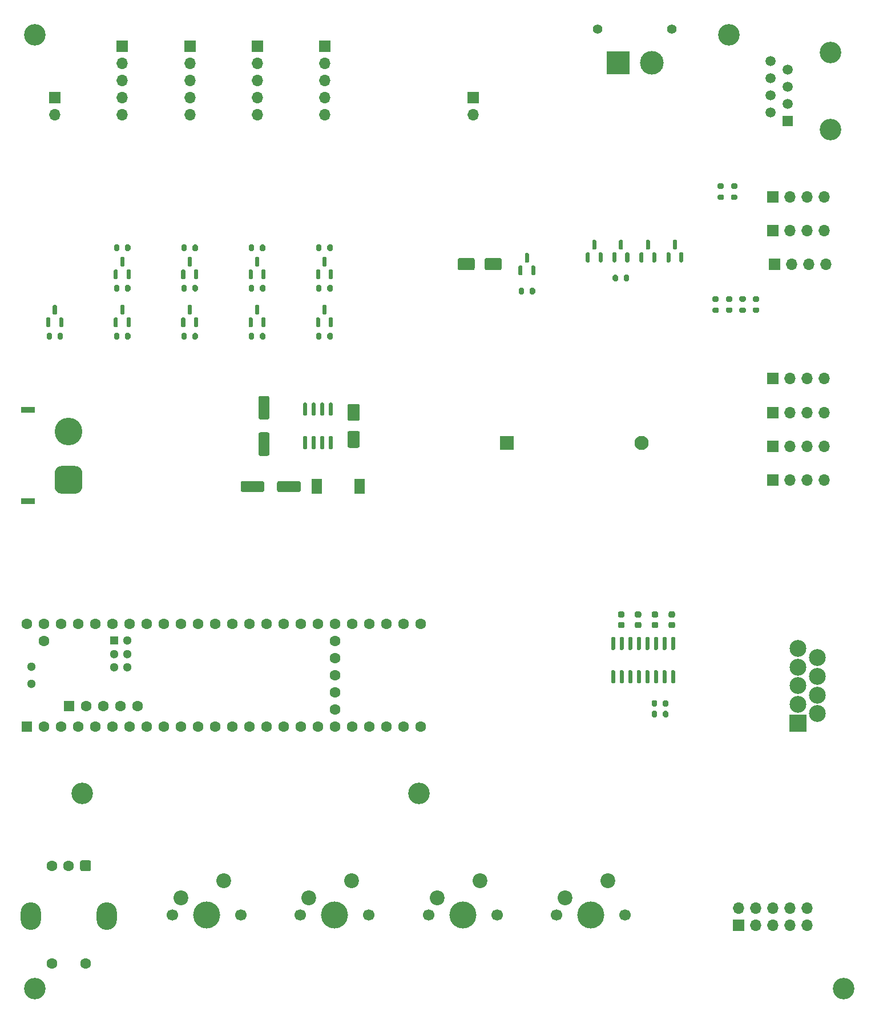
<source format=gbr>
%TF.GenerationSoftware,KiCad,Pcbnew,8.0.1-8.0.1-0~ubuntu20.04.1*%
%TF.CreationDate,2024-06-12T16:02:46+01:00*%
%TF.ProjectId,sensd,73656e73-642e-46b6-9963-61645f706362,rev?*%
%TF.SameCoordinates,Original*%
%TF.FileFunction,Soldermask,Top*%
%TF.FilePolarity,Negative*%
%FSLAX46Y46*%
G04 Gerber Fmt 4.6, Leading zero omitted, Abs format (unit mm)*
G04 Created by KiCad (PCBNEW 8.0.1-8.0.1-0~ubuntu20.04.1) date 2024-06-12 16:02:46*
%MOMM*%
%LPD*%
G01*
G04 APERTURE LIST*
%ADD10C,3.200000*%
%ADD11R,1.600000X1.600000*%
%ADD12C,1.600000*%
%ADD13R,1.300000X1.300000*%
%ADD14C,1.300000*%
%ADD15R,1.700000X1.700000*%
%ADD16O,1.700000X1.700000*%
%ADD17C,1.700000*%
%ADD18C,4.000000*%
%ADD19C,2.200000*%
%ADD20R,1.500000X1.500000*%
%ADD21C,1.500000*%
%ADD22R,2.000000X0.900000*%
%ADD23C,4.100000*%
%ADD24O,3.000000X4.100000*%
%ADD25R,1.500000X2.200000*%
%ADD26R,2.100000X2.100000*%
%ADD27C,2.100000*%
%ADD28C,1.400000*%
%ADD29R,3.500000X3.500000*%
%ADD30C,3.500000*%
%ADD31R,2.500000X2.500000*%
%ADD32C,2.500000*%
G04 APERTURE END LIST*
%TO.C,C5*%
G36*
G01*
X67550000Y-110450000D02*
X66450000Y-110450000D01*
G75*
G02*
X66200000Y-110200000I0J250000D01*
G01*
X66200000Y-107200000D01*
G75*
G02*
X66450000Y-106950000I250000J0D01*
G01*
X67550000Y-106950000D01*
G75*
G02*
X67800000Y-107200000I0J-250000D01*
G01*
X67800000Y-110200000D01*
G75*
G02*
X67550000Y-110450000I-250000J0D01*
G01*
G37*
G36*
G01*
X67550000Y-105050000D02*
X66450000Y-105050000D01*
G75*
G02*
X66200000Y-104800000I0J250000D01*
G01*
X66200000Y-101800000D01*
G75*
G02*
X66450000Y-101550000I250000J0D01*
G01*
X67550000Y-101550000D01*
G75*
G02*
X67800000Y-101800000I0J-250000D01*
G01*
X67800000Y-104800000D01*
G75*
G02*
X67550000Y-105050000I-250000J0D01*
G01*
G37*
%TD*%
%TO.C,U3*%
G36*
G01*
X73245000Y-109450000D02*
X72945000Y-109450000D01*
G75*
G02*
X72795000Y-109300000I0J150000D01*
G01*
X72795000Y-107650000D01*
G75*
G02*
X72945000Y-107500000I150000J0D01*
G01*
X73245000Y-107500000D01*
G75*
G02*
X73395000Y-107650000I0J-150000D01*
G01*
X73395000Y-109300000D01*
G75*
G02*
X73245000Y-109450000I-150000J0D01*
G01*
G37*
G36*
G01*
X74515000Y-109450000D02*
X74215000Y-109450000D01*
G75*
G02*
X74065000Y-109300000I0J150000D01*
G01*
X74065000Y-107650000D01*
G75*
G02*
X74215000Y-107500000I150000J0D01*
G01*
X74515000Y-107500000D01*
G75*
G02*
X74665000Y-107650000I0J-150000D01*
G01*
X74665000Y-109300000D01*
G75*
G02*
X74515000Y-109450000I-150000J0D01*
G01*
G37*
G36*
G01*
X75785000Y-109450000D02*
X75485000Y-109450000D01*
G75*
G02*
X75335000Y-109300000I0J150000D01*
G01*
X75335000Y-107650000D01*
G75*
G02*
X75485000Y-107500000I150000J0D01*
G01*
X75785000Y-107500000D01*
G75*
G02*
X75935000Y-107650000I0J-150000D01*
G01*
X75935000Y-109300000D01*
G75*
G02*
X75785000Y-109450000I-150000J0D01*
G01*
G37*
G36*
G01*
X77055000Y-109450000D02*
X76755000Y-109450000D01*
G75*
G02*
X76605000Y-109300000I0J150000D01*
G01*
X76605000Y-107650000D01*
G75*
G02*
X76755000Y-107500000I150000J0D01*
G01*
X77055000Y-107500000D01*
G75*
G02*
X77205000Y-107650000I0J-150000D01*
G01*
X77205000Y-109300000D01*
G75*
G02*
X77055000Y-109450000I-150000J0D01*
G01*
G37*
G36*
G01*
X77055000Y-104500000D02*
X76755000Y-104500000D01*
G75*
G02*
X76605000Y-104350000I0J150000D01*
G01*
X76605000Y-102700000D01*
G75*
G02*
X76755000Y-102550000I150000J0D01*
G01*
X77055000Y-102550000D01*
G75*
G02*
X77205000Y-102700000I0J-150000D01*
G01*
X77205000Y-104350000D01*
G75*
G02*
X77055000Y-104500000I-150000J0D01*
G01*
G37*
G36*
G01*
X75785000Y-104500000D02*
X75485000Y-104500000D01*
G75*
G02*
X75335000Y-104350000I0J150000D01*
G01*
X75335000Y-102700000D01*
G75*
G02*
X75485000Y-102550000I150000J0D01*
G01*
X75785000Y-102550000D01*
G75*
G02*
X75935000Y-102700000I0J-150000D01*
G01*
X75935000Y-104350000D01*
G75*
G02*
X75785000Y-104500000I-150000J0D01*
G01*
G37*
G36*
G01*
X74515000Y-104500000D02*
X74215000Y-104500000D01*
G75*
G02*
X74065000Y-104350000I0J150000D01*
G01*
X74065000Y-102700000D01*
G75*
G02*
X74215000Y-102550000I150000J0D01*
G01*
X74515000Y-102550000D01*
G75*
G02*
X74665000Y-102700000I0J-150000D01*
G01*
X74665000Y-104350000D01*
G75*
G02*
X74515000Y-104500000I-150000J0D01*
G01*
G37*
G36*
G01*
X73245000Y-104500000D02*
X72945000Y-104500000D01*
G75*
G02*
X72795000Y-104350000I0J150000D01*
G01*
X72795000Y-102700000D01*
G75*
G02*
X72945000Y-102550000I150000J0D01*
G01*
X73245000Y-102550000D01*
G75*
G02*
X73395000Y-102700000I0J-150000D01*
G01*
X73395000Y-104350000D01*
G75*
G02*
X73245000Y-104500000I-150000J0D01*
G01*
G37*
%TD*%
%TO.C,Q13*%
G36*
G01*
X35175000Y-91375000D02*
X34875000Y-91375000D01*
G75*
G02*
X34725000Y-91225000I0J150000D01*
G01*
X34725000Y-90050000D01*
G75*
G02*
X34875000Y-89900000I150000J0D01*
G01*
X35175000Y-89900000D01*
G75*
G02*
X35325000Y-90050000I0J-150000D01*
G01*
X35325000Y-91225000D01*
G75*
G02*
X35175000Y-91375000I-150000J0D01*
G01*
G37*
G36*
G01*
X37075000Y-91375000D02*
X36775000Y-91375000D01*
G75*
G02*
X36625000Y-91225000I0J150000D01*
G01*
X36625000Y-90050000D01*
G75*
G02*
X36775000Y-89900000I150000J0D01*
G01*
X37075000Y-89900000D01*
G75*
G02*
X37225000Y-90050000I0J-150000D01*
G01*
X37225000Y-91225000D01*
G75*
G02*
X37075000Y-91375000I-150000J0D01*
G01*
G37*
G36*
G01*
X36125000Y-89500000D02*
X35825000Y-89500000D01*
G75*
G02*
X35675000Y-89350000I0J150000D01*
G01*
X35675000Y-88175000D01*
G75*
G02*
X35825000Y-88025000I150000J0D01*
G01*
X36125000Y-88025000D01*
G75*
G02*
X36275000Y-88175000I0J-150000D01*
G01*
X36275000Y-89350000D01*
G75*
G02*
X36125000Y-89500000I-150000J0D01*
G01*
G37*
%TD*%
%TO.C,R9*%
G36*
G01*
X64750000Y-85855000D02*
X64750000Y-85305000D01*
G75*
G02*
X64950000Y-85105000I200000J0D01*
G01*
X65350000Y-85105000D01*
G75*
G02*
X65550000Y-85305000I0J-200000D01*
G01*
X65550000Y-85855000D01*
G75*
G02*
X65350000Y-86055000I-200000J0D01*
G01*
X64950000Y-86055000D01*
G75*
G02*
X64750000Y-85855000I0J200000D01*
G01*
G37*
G36*
G01*
X66400000Y-85855000D02*
X66400000Y-85305000D01*
G75*
G02*
X66600000Y-85105000I200000J0D01*
G01*
X67000000Y-85105000D01*
G75*
G02*
X67200000Y-85305000I0J-200000D01*
G01*
X67200000Y-85855000D01*
G75*
G02*
X67000000Y-86055000I-200000J0D01*
G01*
X66600000Y-86055000D01*
G75*
G02*
X66400000Y-85855000I0J200000D01*
G01*
G37*
%TD*%
%TO.C,D1*%
G36*
G01*
X80950000Y-109250000D02*
X79650000Y-109250000D01*
G75*
G02*
X79400000Y-109000000I0J250000D01*
G01*
X79400000Y-107000000D01*
G75*
G02*
X79650000Y-106750000I250000J0D01*
G01*
X80950000Y-106750000D01*
G75*
G02*
X81200000Y-107000000I0J-250000D01*
G01*
X81200000Y-109000000D01*
G75*
G02*
X80950000Y-109250000I-250000J0D01*
G01*
G37*
G36*
G01*
X80950000Y-105250000D02*
X79650000Y-105250000D01*
G75*
G02*
X79400000Y-105000000I0J250000D01*
G01*
X79400000Y-103000000D01*
G75*
G02*
X79650000Y-102750000I250000J0D01*
G01*
X80950000Y-102750000D01*
G75*
G02*
X81200000Y-103000000I0J-250000D01*
G01*
X81200000Y-105000000D01*
G75*
G02*
X80950000Y-105250000I-250000J0D01*
G01*
G37*
%TD*%
D10*
%TO.C,REF\u002A\u002A*%
X40000000Y-160500000D03*
%TD*%
%TO.C,R5*%
G36*
G01*
X134475000Y-70025000D02*
X135025000Y-70025000D01*
G75*
G02*
X135225000Y-70225000I0J-200000D01*
G01*
X135225000Y-70625000D01*
G75*
G02*
X135025000Y-70825000I-200000J0D01*
G01*
X134475000Y-70825000D01*
G75*
G02*
X134275000Y-70625000I0J200000D01*
G01*
X134275000Y-70225000D01*
G75*
G02*
X134475000Y-70025000I200000J0D01*
G01*
G37*
G36*
G01*
X134475000Y-71675000D02*
X135025000Y-71675000D01*
G75*
G02*
X135225000Y-71875000I0J-200000D01*
G01*
X135225000Y-72275000D01*
G75*
G02*
X135025000Y-72475000I-200000J0D01*
G01*
X134475000Y-72475000D01*
G75*
G02*
X134275000Y-72275000I0J200000D01*
G01*
X134275000Y-71875000D01*
G75*
G02*
X134475000Y-71675000I200000J0D01*
G01*
G37*
%TD*%
D11*
%TO.C,U1*%
X31790000Y-150620000D03*
D12*
X34330000Y-150620000D03*
X36870000Y-150620000D03*
X39410000Y-150620000D03*
X41950000Y-150620000D03*
X44490000Y-150620000D03*
X47030000Y-150620000D03*
X49570000Y-150620000D03*
X52110000Y-150620000D03*
X54650000Y-150620000D03*
X57190000Y-150620000D03*
X59730000Y-150620000D03*
X62270000Y-150620000D03*
X64810000Y-150620000D03*
X67350000Y-150620000D03*
X69890000Y-150620000D03*
X72430000Y-150620000D03*
X74970000Y-150620000D03*
X77510000Y-150620000D03*
X80050000Y-150620000D03*
X82590000Y-150620000D03*
X85130000Y-150620000D03*
X87670000Y-150620000D03*
X90210000Y-150620000D03*
X90210000Y-135380000D03*
X87670000Y-135380000D03*
X85130000Y-135380000D03*
X82590000Y-135380000D03*
X80050000Y-135380000D03*
X77510000Y-135380000D03*
X74970000Y-135380000D03*
X72430000Y-135380000D03*
X69890000Y-135380000D03*
X67350000Y-135380000D03*
X64810000Y-135380000D03*
X62270000Y-135380000D03*
X59730000Y-135380000D03*
X57190000Y-135380000D03*
X54650000Y-135380000D03*
X52110000Y-135380000D03*
X49570000Y-135380000D03*
X47030000Y-135380000D03*
X44490000Y-135380000D03*
X41950000Y-135380000D03*
X39410000Y-135380000D03*
X36870000Y-135380000D03*
X34330000Y-135380000D03*
X31790000Y-135380000D03*
X34330000Y-137920000D03*
X77510000Y-148080000D03*
X77510000Y-145540000D03*
X77510000Y-143000000D03*
X77510000Y-140460000D03*
X77510000Y-137920000D03*
D11*
X38089200Y-147569200D03*
D12*
X40629200Y-147569200D03*
X43169200Y-147569200D03*
X45709200Y-147569200D03*
X48249200Y-147569200D03*
D13*
X44760000Y-137818400D03*
D14*
X44760000Y-139818400D03*
X44760000Y-141818400D03*
X46760000Y-141818400D03*
X46760000Y-139818400D03*
X46760000Y-137818400D03*
X32520000Y-141730000D03*
X32520000Y-144270000D03*
%TD*%
%TO.C,Q5*%
G36*
G01*
X75175000Y-91375000D02*
X74875000Y-91375000D01*
G75*
G02*
X74725000Y-91225000I0J150000D01*
G01*
X74725000Y-90050000D01*
G75*
G02*
X74875000Y-89900000I150000J0D01*
G01*
X75175000Y-89900000D01*
G75*
G02*
X75325000Y-90050000I0J-150000D01*
G01*
X75325000Y-91225000D01*
G75*
G02*
X75175000Y-91375000I-150000J0D01*
G01*
G37*
G36*
G01*
X77075000Y-91375000D02*
X76775000Y-91375000D01*
G75*
G02*
X76625000Y-91225000I0J150000D01*
G01*
X76625000Y-90050000D01*
G75*
G02*
X76775000Y-89900000I150000J0D01*
G01*
X77075000Y-89900000D01*
G75*
G02*
X77225000Y-90050000I0J-150000D01*
G01*
X77225000Y-91225000D01*
G75*
G02*
X77075000Y-91375000I-150000J0D01*
G01*
G37*
G36*
G01*
X76125000Y-89500000D02*
X75825000Y-89500000D01*
G75*
G02*
X75675000Y-89350000I0J150000D01*
G01*
X75675000Y-88175000D01*
G75*
G02*
X75825000Y-88025000I150000J0D01*
G01*
X76125000Y-88025000D01*
G75*
G02*
X76275000Y-88175000I0J-150000D01*
G01*
X76275000Y-89350000D01*
G75*
G02*
X76125000Y-89500000I-150000J0D01*
G01*
G37*
%TD*%
%TO.C,Q10*%
G36*
G01*
X123150000Y-81737500D02*
X122850000Y-81737500D01*
G75*
G02*
X122700000Y-81587500I0J150000D01*
G01*
X122700000Y-80412500D01*
G75*
G02*
X122850000Y-80262500I150000J0D01*
G01*
X123150000Y-80262500D01*
G75*
G02*
X123300000Y-80412500I0J-150000D01*
G01*
X123300000Y-81587500D01*
G75*
G02*
X123150000Y-81737500I-150000J0D01*
G01*
G37*
G36*
G01*
X125050000Y-81737500D02*
X124750000Y-81737500D01*
G75*
G02*
X124600000Y-81587500I0J150000D01*
G01*
X124600000Y-80412500D01*
G75*
G02*
X124750000Y-80262500I150000J0D01*
G01*
X125050000Y-80262500D01*
G75*
G02*
X125200000Y-80412500I0J-150000D01*
G01*
X125200000Y-81587500D01*
G75*
G02*
X125050000Y-81737500I-150000J0D01*
G01*
G37*
G36*
G01*
X124100000Y-79862500D02*
X123800000Y-79862500D01*
G75*
G02*
X123650000Y-79712500I0J150000D01*
G01*
X123650000Y-78537500D01*
G75*
G02*
X123800000Y-78387500I150000J0D01*
G01*
X124100000Y-78387500D01*
G75*
G02*
X124250000Y-78537500I0J-150000D01*
G01*
X124250000Y-79712500D01*
G75*
G02*
X124100000Y-79862500I-150000J0D01*
G01*
G37*
%TD*%
%TO.C,Q2*%
G36*
G01*
X65175000Y-84255000D02*
X64875000Y-84255000D01*
G75*
G02*
X64725000Y-84105000I0J150000D01*
G01*
X64725000Y-82930000D01*
G75*
G02*
X64875000Y-82780000I150000J0D01*
G01*
X65175000Y-82780000D01*
G75*
G02*
X65325000Y-82930000I0J-150000D01*
G01*
X65325000Y-84105000D01*
G75*
G02*
X65175000Y-84255000I-150000J0D01*
G01*
G37*
G36*
G01*
X67075000Y-84255000D02*
X66775000Y-84255000D01*
G75*
G02*
X66625000Y-84105000I0J150000D01*
G01*
X66625000Y-82930000D01*
G75*
G02*
X66775000Y-82780000I150000J0D01*
G01*
X67075000Y-82780000D01*
G75*
G02*
X67225000Y-82930000I0J-150000D01*
G01*
X67225000Y-84105000D01*
G75*
G02*
X67075000Y-84255000I-150000J0D01*
G01*
G37*
G36*
G01*
X66125000Y-82380000D02*
X65825000Y-82380000D01*
G75*
G02*
X65675000Y-82230000I0J150000D01*
G01*
X65675000Y-81055000D01*
G75*
G02*
X65825000Y-80905000I150000J0D01*
G01*
X66125000Y-80905000D01*
G75*
G02*
X66275000Y-81055000I0J-150000D01*
G01*
X66275000Y-82230000D01*
G75*
G02*
X66125000Y-82380000I-150000J0D01*
G01*
G37*
%TD*%
%TO.C,Q14*%
G36*
G01*
X115200000Y-81737500D02*
X114900000Y-81737500D01*
G75*
G02*
X114750000Y-81587500I0J150000D01*
G01*
X114750000Y-80412500D01*
G75*
G02*
X114900000Y-80262500I150000J0D01*
G01*
X115200000Y-80262500D01*
G75*
G02*
X115350000Y-80412500I0J-150000D01*
G01*
X115350000Y-81587500D01*
G75*
G02*
X115200000Y-81737500I-150000J0D01*
G01*
G37*
G36*
G01*
X117100000Y-81737500D02*
X116800000Y-81737500D01*
G75*
G02*
X116650000Y-81587500I0J150000D01*
G01*
X116650000Y-80412500D01*
G75*
G02*
X116800000Y-80262500I150000J0D01*
G01*
X117100000Y-80262500D01*
G75*
G02*
X117250000Y-80412500I0J-150000D01*
G01*
X117250000Y-81587500D01*
G75*
G02*
X117100000Y-81737500I-150000J0D01*
G01*
G37*
G36*
G01*
X116150000Y-79862500D02*
X115850000Y-79862500D01*
G75*
G02*
X115700000Y-79712500I0J150000D01*
G01*
X115700000Y-78537500D01*
G75*
G02*
X115850000Y-78387500I150000J0D01*
G01*
X116150000Y-78387500D01*
G75*
G02*
X116300000Y-78537500I0J-150000D01*
G01*
X116300000Y-79712500D01*
G75*
G02*
X116150000Y-79862500I-150000J0D01*
G01*
G37*
%TD*%
%TO.C,R3*%
G36*
G01*
X134275000Y-89225000D02*
X133725000Y-89225000D01*
G75*
G02*
X133525000Y-89025000I0J200000D01*
G01*
X133525000Y-88625000D01*
G75*
G02*
X133725000Y-88425000I200000J0D01*
G01*
X134275000Y-88425000D01*
G75*
G02*
X134475000Y-88625000I0J-200000D01*
G01*
X134475000Y-89025000D01*
G75*
G02*
X134275000Y-89225000I-200000J0D01*
G01*
G37*
G36*
G01*
X134275000Y-87575000D02*
X133725000Y-87575000D01*
G75*
G02*
X133525000Y-87375000I0J200000D01*
G01*
X133525000Y-86975000D01*
G75*
G02*
X133725000Y-86775000I200000J0D01*
G01*
X134275000Y-86775000D01*
G75*
G02*
X134475000Y-86975000I0J-200000D01*
G01*
X134475000Y-87375000D01*
G75*
G02*
X134275000Y-87575000I-200000J0D01*
G01*
G37*
%TD*%
%TO.C,R20*%
G36*
G01*
X126975000Y-148475000D02*
X126975000Y-149025000D01*
G75*
G02*
X126775000Y-149225000I-200000J0D01*
G01*
X126375000Y-149225000D01*
G75*
G02*
X126175000Y-149025000I0J200000D01*
G01*
X126175000Y-148475000D01*
G75*
G02*
X126375000Y-148275000I200000J0D01*
G01*
X126775000Y-148275000D01*
G75*
G02*
X126975000Y-148475000I0J-200000D01*
G01*
G37*
G36*
G01*
X125325000Y-148475000D02*
X125325000Y-149025000D01*
G75*
G02*
X125125000Y-149225000I-200000J0D01*
G01*
X124725000Y-149225000D01*
G75*
G02*
X124525000Y-149025000I0J200000D01*
G01*
X124525000Y-148475000D01*
G75*
G02*
X124725000Y-148275000I200000J0D01*
G01*
X125125000Y-148275000D01*
G75*
G02*
X125325000Y-148475000I0J-200000D01*
G01*
G37*
%TD*%
%TO.C,R2*%
G36*
G01*
X140275000Y-89225000D02*
X139725000Y-89225000D01*
G75*
G02*
X139525000Y-89025000I0J200000D01*
G01*
X139525000Y-88625000D01*
G75*
G02*
X139725000Y-88425000I200000J0D01*
G01*
X140275000Y-88425000D01*
G75*
G02*
X140475000Y-88625000I0J-200000D01*
G01*
X140475000Y-89025000D01*
G75*
G02*
X140275000Y-89225000I-200000J0D01*
G01*
G37*
G36*
G01*
X140275000Y-87575000D02*
X139725000Y-87575000D01*
G75*
G02*
X139525000Y-87375000I0J200000D01*
G01*
X139525000Y-86975000D01*
G75*
G02*
X139725000Y-86775000I200000J0D01*
G01*
X140275000Y-86775000D01*
G75*
G02*
X140475000Y-86975000I0J-200000D01*
G01*
X140475000Y-87375000D01*
G75*
G02*
X140275000Y-87575000I-200000J0D01*
G01*
G37*
%TD*%
D15*
%TO.C,J17*%
X36000000Y-57270000D03*
D16*
X36000000Y-59810000D03*
%TD*%
%TO.C,R7*%
G36*
G01*
X74750000Y-79855000D02*
X74750000Y-79305000D01*
G75*
G02*
X74950000Y-79105000I200000J0D01*
G01*
X75350000Y-79105000D01*
G75*
G02*
X75550000Y-79305000I0J-200000D01*
G01*
X75550000Y-79855000D01*
G75*
G02*
X75350000Y-80055000I-200000J0D01*
G01*
X74950000Y-80055000D01*
G75*
G02*
X74750000Y-79855000I0J200000D01*
G01*
G37*
G36*
G01*
X76400000Y-79855000D02*
X76400000Y-79305000D01*
G75*
G02*
X76600000Y-79105000I200000J0D01*
G01*
X77000000Y-79105000D01*
G75*
G02*
X77200000Y-79305000I0J-200000D01*
G01*
X77200000Y-79855000D01*
G75*
G02*
X77000000Y-80055000I-200000J0D01*
G01*
X76600000Y-80055000D01*
G75*
G02*
X76400000Y-79855000I0J200000D01*
G01*
G37*
%TD*%
%TO.C,R12*%
G36*
G01*
X54750000Y-79855000D02*
X54750000Y-79305000D01*
G75*
G02*
X54950000Y-79105000I200000J0D01*
G01*
X55350000Y-79105000D01*
G75*
G02*
X55550000Y-79305000I0J-200000D01*
G01*
X55550000Y-79855000D01*
G75*
G02*
X55350000Y-80055000I-200000J0D01*
G01*
X54950000Y-80055000D01*
G75*
G02*
X54750000Y-79855000I0J200000D01*
G01*
G37*
G36*
G01*
X56400000Y-79855000D02*
X56400000Y-79305000D01*
G75*
G02*
X56600000Y-79105000I200000J0D01*
G01*
X57000000Y-79105000D01*
G75*
G02*
X57200000Y-79305000I0J-200000D01*
G01*
X57200000Y-79855000D01*
G75*
G02*
X57000000Y-80055000I-200000J0D01*
G01*
X56600000Y-80055000D01*
G75*
G02*
X56400000Y-79855000I0J200000D01*
G01*
G37*
%TD*%
%TO.C,Q3*%
G36*
G01*
X55175000Y-84255000D02*
X54875000Y-84255000D01*
G75*
G02*
X54725000Y-84105000I0J150000D01*
G01*
X54725000Y-82930000D01*
G75*
G02*
X54875000Y-82780000I150000J0D01*
G01*
X55175000Y-82780000D01*
G75*
G02*
X55325000Y-82930000I0J-150000D01*
G01*
X55325000Y-84105000D01*
G75*
G02*
X55175000Y-84255000I-150000J0D01*
G01*
G37*
G36*
G01*
X57075000Y-84255000D02*
X56775000Y-84255000D01*
G75*
G02*
X56625000Y-84105000I0J150000D01*
G01*
X56625000Y-82930000D01*
G75*
G02*
X56775000Y-82780000I150000J0D01*
G01*
X57075000Y-82780000D01*
G75*
G02*
X57225000Y-82930000I0J-150000D01*
G01*
X57225000Y-84105000D01*
G75*
G02*
X57075000Y-84255000I-150000J0D01*
G01*
G37*
G36*
G01*
X56125000Y-82380000D02*
X55825000Y-82380000D01*
G75*
G02*
X55675000Y-82230000I0J150000D01*
G01*
X55675000Y-81055000D01*
G75*
G02*
X55825000Y-80905000I150000J0D01*
G01*
X56125000Y-80905000D01*
G75*
G02*
X56275000Y-81055000I0J-150000D01*
G01*
X56275000Y-82230000D01*
G75*
G02*
X56125000Y-82380000I-150000J0D01*
G01*
G37*
%TD*%
%TO.C,C2*%
G36*
G01*
X122250000Y-133525000D02*
X122750000Y-133525000D01*
G75*
G02*
X122975000Y-133750000I0J-225000D01*
G01*
X122975000Y-134200000D01*
G75*
G02*
X122750000Y-134425000I-225000J0D01*
G01*
X122250000Y-134425000D01*
G75*
G02*
X122025000Y-134200000I0J225000D01*
G01*
X122025000Y-133750000D01*
G75*
G02*
X122250000Y-133525000I225000J0D01*
G01*
G37*
G36*
G01*
X122250000Y-135075000D02*
X122750000Y-135075000D01*
G75*
G02*
X122975000Y-135300000I0J-225000D01*
G01*
X122975000Y-135750000D01*
G75*
G02*
X122750000Y-135975000I-225000J0D01*
G01*
X122250000Y-135975000D01*
G75*
G02*
X122025000Y-135750000I0J225000D01*
G01*
X122025000Y-135300000D01*
G75*
G02*
X122250000Y-135075000I225000J0D01*
G01*
G37*
%TD*%
D17*
%TO.C,SW4*%
X91420000Y-178580000D03*
D18*
X96500000Y-178580000D03*
D17*
X101580000Y-178580000D03*
D19*
X99040000Y-173500000D03*
X92690000Y-176040000D03*
%TD*%
D10*
%TO.C,REF\u002A\u002A*%
X90000000Y-160500000D03*
%TD*%
%TO.C,J13*%
X151000000Y-62052500D03*
X151000000Y-50622500D03*
D20*
X144650000Y-60782500D03*
D21*
X142110000Y-59512500D03*
X144650000Y-58242500D03*
X142110000Y-56972500D03*
X144650000Y-55702500D03*
X142110000Y-54432500D03*
X144650000Y-53162500D03*
X142110000Y-51892500D03*
%TD*%
%TO.C,Q11*%
G36*
G01*
X127150000Y-81737500D02*
X126850000Y-81737500D01*
G75*
G02*
X126700000Y-81587500I0J150000D01*
G01*
X126700000Y-80412500D01*
G75*
G02*
X126850000Y-80262500I150000J0D01*
G01*
X127150000Y-80262500D01*
G75*
G02*
X127300000Y-80412500I0J-150000D01*
G01*
X127300000Y-81587500D01*
G75*
G02*
X127150000Y-81737500I-150000J0D01*
G01*
G37*
G36*
G01*
X129050000Y-81737500D02*
X128750000Y-81737500D01*
G75*
G02*
X128600000Y-81587500I0J150000D01*
G01*
X128600000Y-80412500D01*
G75*
G02*
X128750000Y-80262500I150000J0D01*
G01*
X129050000Y-80262500D01*
G75*
G02*
X129200000Y-80412500I0J-150000D01*
G01*
X129200000Y-81587500D01*
G75*
G02*
X129050000Y-81737500I-150000J0D01*
G01*
G37*
G36*
G01*
X128100000Y-79862500D02*
X127800000Y-79862500D01*
G75*
G02*
X127650000Y-79712500I0J150000D01*
G01*
X127650000Y-78537500D01*
G75*
G02*
X127800000Y-78387500I150000J0D01*
G01*
X128100000Y-78387500D01*
G75*
G02*
X128250000Y-78537500I0J-150000D01*
G01*
X128250000Y-79712500D01*
G75*
G02*
X128100000Y-79862500I-150000J0D01*
G01*
G37*
%TD*%
%TO.C,R16*%
G36*
G01*
X67200000Y-92425000D02*
X67200000Y-92975000D01*
G75*
G02*
X67000000Y-93175000I-200000J0D01*
G01*
X66600000Y-93175000D01*
G75*
G02*
X66400000Y-92975000I0J200000D01*
G01*
X66400000Y-92425000D01*
G75*
G02*
X66600000Y-92225000I200000J0D01*
G01*
X67000000Y-92225000D01*
G75*
G02*
X67200000Y-92425000I0J-200000D01*
G01*
G37*
G36*
G01*
X65550000Y-92425000D02*
X65550000Y-92975000D01*
G75*
G02*
X65350000Y-93175000I-200000J0D01*
G01*
X64950000Y-93175000D01*
G75*
G02*
X64750000Y-92975000I0J200000D01*
G01*
X64750000Y-92425000D01*
G75*
G02*
X64950000Y-92225000I200000J0D01*
G01*
X65350000Y-92225000D01*
G75*
G02*
X65550000Y-92425000I0J-200000D01*
G01*
G37*
%TD*%
%TO.C,R13*%
G36*
G01*
X44750000Y-85855000D02*
X44750000Y-85305000D01*
G75*
G02*
X44950000Y-85105000I200000J0D01*
G01*
X45350000Y-85105000D01*
G75*
G02*
X45550000Y-85305000I0J-200000D01*
G01*
X45550000Y-85855000D01*
G75*
G02*
X45350000Y-86055000I-200000J0D01*
G01*
X44950000Y-86055000D01*
G75*
G02*
X44750000Y-85855000I0J200000D01*
G01*
G37*
G36*
G01*
X46400000Y-85855000D02*
X46400000Y-85305000D01*
G75*
G02*
X46600000Y-85105000I200000J0D01*
G01*
X47000000Y-85105000D01*
G75*
G02*
X47200000Y-85305000I0J-200000D01*
G01*
X47200000Y-85855000D01*
G75*
G02*
X47000000Y-86055000I-200000J0D01*
G01*
X46600000Y-86055000D01*
G75*
G02*
X46400000Y-85855000I0J200000D01*
G01*
G37*
%TD*%
%TO.C,R10*%
G36*
G01*
X64750000Y-79855000D02*
X64750000Y-79305000D01*
G75*
G02*
X64950000Y-79105000I200000J0D01*
G01*
X65350000Y-79105000D01*
G75*
G02*
X65550000Y-79305000I0J-200000D01*
G01*
X65550000Y-79855000D01*
G75*
G02*
X65350000Y-80055000I-200000J0D01*
G01*
X64950000Y-80055000D01*
G75*
G02*
X64750000Y-79855000I0J200000D01*
G01*
G37*
G36*
G01*
X66400000Y-79855000D02*
X66400000Y-79305000D01*
G75*
G02*
X66600000Y-79105000I200000J0D01*
G01*
X67000000Y-79105000D01*
G75*
G02*
X67200000Y-79305000I0J-200000D01*
G01*
X67200000Y-79855000D01*
G75*
G02*
X67000000Y-80055000I-200000J0D01*
G01*
X66600000Y-80055000D01*
G75*
G02*
X66400000Y-79855000I0J200000D01*
G01*
G37*
%TD*%
%TO.C,C3*%
G36*
G01*
X120250000Y-135975000D02*
X119750000Y-135975000D01*
G75*
G02*
X119525000Y-135750000I0J225000D01*
G01*
X119525000Y-135300000D01*
G75*
G02*
X119750000Y-135075000I225000J0D01*
G01*
X120250000Y-135075000D01*
G75*
G02*
X120475000Y-135300000I0J-225000D01*
G01*
X120475000Y-135750000D01*
G75*
G02*
X120250000Y-135975000I-225000J0D01*
G01*
G37*
G36*
G01*
X120250000Y-134425000D02*
X119750000Y-134425000D01*
G75*
G02*
X119525000Y-134200000I0J225000D01*
G01*
X119525000Y-133750000D01*
G75*
G02*
X119750000Y-133525000I225000J0D01*
G01*
X120250000Y-133525000D01*
G75*
G02*
X120475000Y-133750000I0J-225000D01*
G01*
X120475000Y-134200000D01*
G75*
G02*
X120250000Y-134425000I-225000J0D01*
G01*
G37*
%TD*%
D15*
%TO.C,J1*%
X142520000Y-114000000D03*
D16*
X145060000Y-114000000D03*
X147600000Y-114000000D03*
X150140000Y-114000000D03*
%TD*%
%TO.C,U2*%
G36*
G01*
X127545000Y-137300000D02*
X127845000Y-137300000D01*
G75*
G02*
X127995000Y-137450000I0J-150000D01*
G01*
X127995000Y-139100000D01*
G75*
G02*
X127845000Y-139250000I-150000J0D01*
G01*
X127545000Y-139250000D01*
G75*
G02*
X127395000Y-139100000I0J150000D01*
G01*
X127395000Y-137450000D01*
G75*
G02*
X127545000Y-137300000I150000J0D01*
G01*
G37*
G36*
G01*
X126275000Y-137300000D02*
X126575000Y-137300000D01*
G75*
G02*
X126725000Y-137450000I0J-150000D01*
G01*
X126725000Y-139100000D01*
G75*
G02*
X126575000Y-139250000I-150000J0D01*
G01*
X126275000Y-139250000D01*
G75*
G02*
X126125000Y-139100000I0J150000D01*
G01*
X126125000Y-137450000D01*
G75*
G02*
X126275000Y-137300000I150000J0D01*
G01*
G37*
G36*
G01*
X125005000Y-137300000D02*
X125305000Y-137300000D01*
G75*
G02*
X125455000Y-137450000I0J-150000D01*
G01*
X125455000Y-139100000D01*
G75*
G02*
X125305000Y-139250000I-150000J0D01*
G01*
X125005000Y-139250000D01*
G75*
G02*
X124855000Y-139100000I0J150000D01*
G01*
X124855000Y-137450000D01*
G75*
G02*
X125005000Y-137300000I150000J0D01*
G01*
G37*
G36*
G01*
X123735000Y-137300000D02*
X124035000Y-137300000D01*
G75*
G02*
X124185000Y-137450000I0J-150000D01*
G01*
X124185000Y-139100000D01*
G75*
G02*
X124035000Y-139250000I-150000J0D01*
G01*
X123735000Y-139250000D01*
G75*
G02*
X123585000Y-139100000I0J150000D01*
G01*
X123585000Y-137450000D01*
G75*
G02*
X123735000Y-137300000I150000J0D01*
G01*
G37*
G36*
G01*
X122465000Y-137300000D02*
X122765000Y-137300000D01*
G75*
G02*
X122915000Y-137450000I0J-150000D01*
G01*
X122915000Y-139100000D01*
G75*
G02*
X122765000Y-139250000I-150000J0D01*
G01*
X122465000Y-139250000D01*
G75*
G02*
X122315000Y-139100000I0J150000D01*
G01*
X122315000Y-137450000D01*
G75*
G02*
X122465000Y-137300000I150000J0D01*
G01*
G37*
G36*
G01*
X121195000Y-137300000D02*
X121495000Y-137300000D01*
G75*
G02*
X121645000Y-137450000I0J-150000D01*
G01*
X121645000Y-139100000D01*
G75*
G02*
X121495000Y-139250000I-150000J0D01*
G01*
X121195000Y-139250000D01*
G75*
G02*
X121045000Y-139100000I0J150000D01*
G01*
X121045000Y-137450000D01*
G75*
G02*
X121195000Y-137300000I150000J0D01*
G01*
G37*
G36*
G01*
X119925000Y-137300000D02*
X120225000Y-137300000D01*
G75*
G02*
X120375000Y-137450000I0J-150000D01*
G01*
X120375000Y-139100000D01*
G75*
G02*
X120225000Y-139250000I-150000J0D01*
G01*
X119925000Y-139250000D01*
G75*
G02*
X119775000Y-139100000I0J150000D01*
G01*
X119775000Y-137450000D01*
G75*
G02*
X119925000Y-137300000I150000J0D01*
G01*
G37*
G36*
G01*
X118655000Y-137300000D02*
X118955000Y-137300000D01*
G75*
G02*
X119105000Y-137450000I0J-150000D01*
G01*
X119105000Y-139100000D01*
G75*
G02*
X118955000Y-139250000I-150000J0D01*
G01*
X118655000Y-139250000D01*
G75*
G02*
X118505000Y-139100000I0J150000D01*
G01*
X118505000Y-137450000D01*
G75*
G02*
X118655000Y-137300000I150000J0D01*
G01*
G37*
G36*
G01*
X118655000Y-142250000D02*
X118955000Y-142250000D01*
G75*
G02*
X119105000Y-142400000I0J-150000D01*
G01*
X119105000Y-144050000D01*
G75*
G02*
X118955000Y-144200000I-150000J0D01*
G01*
X118655000Y-144200000D01*
G75*
G02*
X118505000Y-144050000I0J150000D01*
G01*
X118505000Y-142400000D01*
G75*
G02*
X118655000Y-142250000I150000J0D01*
G01*
G37*
G36*
G01*
X119925000Y-142250000D02*
X120225000Y-142250000D01*
G75*
G02*
X120375000Y-142400000I0J-150000D01*
G01*
X120375000Y-144050000D01*
G75*
G02*
X120225000Y-144200000I-150000J0D01*
G01*
X119925000Y-144200000D01*
G75*
G02*
X119775000Y-144050000I0J150000D01*
G01*
X119775000Y-142400000D01*
G75*
G02*
X119925000Y-142250000I150000J0D01*
G01*
G37*
G36*
G01*
X121195000Y-142250000D02*
X121495000Y-142250000D01*
G75*
G02*
X121645000Y-142400000I0J-150000D01*
G01*
X121645000Y-144050000D01*
G75*
G02*
X121495000Y-144200000I-150000J0D01*
G01*
X121195000Y-144200000D01*
G75*
G02*
X121045000Y-144050000I0J150000D01*
G01*
X121045000Y-142400000D01*
G75*
G02*
X121195000Y-142250000I150000J0D01*
G01*
G37*
G36*
G01*
X122465000Y-142250000D02*
X122765000Y-142250000D01*
G75*
G02*
X122915000Y-142400000I0J-150000D01*
G01*
X122915000Y-144050000D01*
G75*
G02*
X122765000Y-144200000I-150000J0D01*
G01*
X122465000Y-144200000D01*
G75*
G02*
X122315000Y-144050000I0J150000D01*
G01*
X122315000Y-142400000D01*
G75*
G02*
X122465000Y-142250000I150000J0D01*
G01*
G37*
G36*
G01*
X123735000Y-142250000D02*
X124035000Y-142250000D01*
G75*
G02*
X124185000Y-142400000I0J-150000D01*
G01*
X124185000Y-144050000D01*
G75*
G02*
X124035000Y-144200000I-150000J0D01*
G01*
X123735000Y-144200000D01*
G75*
G02*
X123585000Y-144050000I0J150000D01*
G01*
X123585000Y-142400000D01*
G75*
G02*
X123735000Y-142250000I150000J0D01*
G01*
G37*
G36*
G01*
X125005000Y-142250000D02*
X125305000Y-142250000D01*
G75*
G02*
X125455000Y-142400000I0J-150000D01*
G01*
X125455000Y-144050000D01*
G75*
G02*
X125305000Y-144200000I-150000J0D01*
G01*
X125005000Y-144200000D01*
G75*
G02*
X124855000Y-144050000I0J150000D01*
G01*
X124855000Y-142400000D01*
G75*
G02*
X125005000Y-142250000I150000J0D01*
G01*
G37*
G36*
G01*
X126275000Y-142250000D02*
X126575000Y-142250000D01*
G75*
G02*
X126725000Y-142400000I0J-150000D01*
G01*
X126725000Y-144050000D01*
G75*
G02*
X126575000Y-144200000I-150000J0D01*
G01*
X126275000Y-144200000D01*
G75*
G02*
X126125000Y-144050000I0J150000D01*
G01*
X126125000Y-142400000D01*
G75*
G02*
X126275000Y-142250000I150000J0D01*
G01*
G37*
G36*
G01*
X127545000Y-142250000D02*
X127845000Y-142250000D01*
G75*
G02*
X127995000Y-142400000I0J-150000D01*
G01*
X127995000Y-144050000D01*
G75*
G02*
X127845000Y-144200000I-150000J0D01*
G01*
X127545000Y-144200000D01*
G75*
G02*
X127395000Y-144050000I0J150000D01*
G01*
X127395000Y-142400000D01*
G75*
G02*
X127545000Y-142250000I150000J0D01*
G01*
G37*
%TD*%
D10*
%TO.C,REF\u002A\u002A*%
X153000000Y-189500000D03*
%TD*%
%TO.C,C4*%
G36*
G01*
X127750000Y-135975000D02*
X127250000Y-135975000D01*
G75*
G02*
X127025000Y-135750000I0J225000D01*
G01*
X127025000Y-135300000D01*
G75*
G02*
X127250000Y-135075000I225000J0D01*
G01*
X127750000Y-135075000D01*
G75*
G02*
X127975000Y-135300000I0J-225000D01*
G01*
X127975000Y-135750000D01*
G75*
G02*
X127750000Y-135975000I-225000J0D01*
G01*
G37*
G36*
G01*
X127750000Y-134425000D02*
X127250000Y-134425000D01*
G75*
G02*
X127025000Y-134200000I0J225000D01*
G01*
X127025000Y-133750000D01*
G75*
G02*
X127250000Y-133525000I225000J0D01*
G01*
X127750000Y-133525000D01*
G75*
G02*
X127975000Y-133750000I0J-225000D01*
G01*
X127975000Y-134200000D01*
G75*
G02*
X127750000Y-134425000I-225000J0D01*
G01*
G37*
%TD*%
%TO.C,Q6*%
G36*
G01*
X65175000Y-91375000D02*
X64875000Y-91375000D01*
G75*
G02*
X64725000Y-91225000I0J150000D01*
G01*
X64725000Y-90050000D01*
G75*
G02*
X64875000Y-89900000I150000J0D01*
G01*
X65175000Y-89900000D01*
G75*
G02*
X65325000Y-90050000I0J-150000D01*
G01*
X65325000Y-91225000D01*
G75*
G02*
X65175000Y-91375000I-150000J0D01*
G01*
G37*
G36*
G01*
X67075000Y-91375000D02*
X66775000Y-91375000D01*
G75*
G02*
X66625000Y-91225000I0J150000D01*
G01*
X66625000Y-90050000D01*
G75*
G02*
X66775000Y-89900000I150000J0D01*
G01*
X67075000Y-89900000D01*
G75*
G02*
X67225000Y-90050000I0J-150000D01*
G01*
X67225000Y-91225000D01*
G75*
G02*
X67075000Y-91375000I-150000J0D01*
G01*
G37*
G36*
G01*
X66125000Y-89500000D02*
X65825000Y-89500000D01*
G75*
G02*
X65675000Y-89350000I0J150000D01*
G01*
X65675000Y-88175000D01*
G75*
G02*
X65825000Y-88025000I150000J0D01*
G01*
X66125000Y-88025000D01*
G75*
G02*
X66275000Y-88175000I0J-150000D01*
G01*
X66275000Y-89350000D01*
G75*
G02*
X66125000Y-89500000I-150000J0D01*
G01*
G37*
%TD*%
D15*
%TO.C,J6*%
X142520000Y-77000000D03*
D16*
X145060000Y-77000000D03*
X147600000Y-77000000D03*
X150140000Y-77000000D03*
%TD*%
%TO.C,Q9*%
G36*
G01*
X119150000Y-81737500D02*
X118850000Y-81737500D01*
G75*
G02*
X118700000Y-81587500I0J150000D01*
G01*
X118700000Y-80412500D01*
G75*
G02*
X118850000Y-80262500I150000J0D01*
G01*
X119150000Y-80262500D01*
G75*
G02*
X119300000Y-80412500I0J-150000D01*
G01*
X119300000Y-81587500D01*
G75*
G02*
X119150000Y-81737500I-150000J0D01*
G01*
G37*
G36*
G01*
X121050000Y-81737500D02*
X120750000Y-81737500D01*
G75*
G02*
X120600000Y-81587500I0J150000D01*
G01*
X120600000Y-80412500D01*
G75*
G02*
X120750000Y-80262500I150000J0D01*
G01*
X121050000Y-80262500D01*
G75*
G02*
X121200000Y-80412500I0J-150000D01*
G01*
X121200000Y-81587500D01*
G75*
G02*
X121050000Y-81737500I-150000J0D01*
G01*
G37*
G36*
G01*
X120100000Y-79862500D02*
X119800000Y-79862500D01*
G75*
G02*
X119650000Y-79712500I0J150000D01*
G01*
X119650000Y-78537500D01*
G75*
G02*
X119800000Y-78387500I150000J0D01*
G01*
X120100000Y-78387500D01*
G75*
G02*
X120250000Y-78537500I0J-150000D01*
G01*
X120250000Y-79712500D01*
G75*
G02*
X120100000Y-79862500I-150000J0D01*
G01*
G37*
%TD*%
%TO.C,R14*%
G36*
G01*
X44750000Y-79855000D02*
X44750000Y-79305000D01*
G75*
G02*
X44950000Y-79105000I200000J0D01*
G01*
X45350000Y-79105000D01*
G75*
G02*
X45550000Y-79305000I0J-200000D01*
G01*
X45550000Y-79855000D01*
G75*
G02*
X45350000Y-80055000I-200000J0D01*
G01*
X44950000Y-80055000D01*
G75*
G02*
X44750000Y-79855000I0J200000D01*
G01*
G37*
G36*
G01*
X46400000Y-79855000D02*
X46400000Y-79305000D01*
G75*
G02*
X46600000Y-79105000I200000J0D01*
G01*
X47000000Y-79105000D01*
G75*
G02*
X47200000Y-79305000I0J-200000D01*
G01*
X47200000Y-79855000D01*
G75*
G02*
X47000000Y-80055000I-200000J0D01*
G01*
X46600000Y-80055000D01*
G75*
G02*
X46400000Y-79855000I0J200000D01*
G01*
G37*
%TD*%
D10*
%TO.C,REF\u002A\u002A*%
X33000000Y-189500000D03*
%TD*%
D22*
%TO.C,J15*%
X32000000Y-117150000D03*
X32000000Y-103650000D03*
G36*
G01*
X39025000Y-116050000D02*
X36975000Y-116050000D01*
G75*
G02*
X35950000Y-115025000I0J1025000D01*
G01*
X35950000Y-112975000D01*
G75*
G02*
X36975000Y-111950000I1025000J0D01*
G01*
X39025000Y-111950000D01*
G75*
G02*
X40050000Y-112975000I0J-1025000D01*
G01*
X40050000Y-115025000D01*
G75*
G02*
X39025000Y-116050000I-1025000J0D01*
G01*
G37*
D23*
X38000000Y-106800000D03*
%TD*%
D15*
%TO.C,J9*%
X66000000Y-49650000D03*
D16*
X66000000Y-52190000D03*
X66000000Y-54730000D03*
X66000000Y-57270000D03*
X66000000Y-59810000D03*
%TD*%
%TO.C,SW1*%
G36*
G01*
X39990000Y-170450000D02*
X41090000Y-170450000D01*
G75*
G02*
X41340000Y-170700000I0J-250000D01*
G01*
X41340000Y-171800000D01*
G75*
G02*
X41090000Y-172050000I-250000J0D01*
G01*
X39990000Y-172050000D01*
G75*
G02*
X39740000Y-171800000I0J250000D01*
G01*
X39740000Y-170700000D01*
G75*
G02*
X39990000Y-170450000I250000J0D01*
G01*
G37*
D12*
X35540000Y-171250000D03*
X38040000Y-171250000D03*
X40540000Y-185750000D03*
X35540000Y-185750000D03*
D24*
X43640000Y-178750000D03*
X32440000Y-178750000D03*
%TD*%
D15*
%TO.C,J3*%
X142520000Y-104000000D03*
D16*
X145060000Y-104000000D03*
X147600000Y-104000000D03*
X150140000Y-104000000D03*
%TD*%
%TO.C,R15*%
G36*
G01*
X77200000Y-92425000D02*
X77200000Y-92975000D01*
G75*
G02*
X77000000Y-93175000I-200000J0D01*
G01*
X76600000Y-93175000D01*
G75*
G02*
X76400000Y-92975000I0J200000D01*
G01*
X76400000Y-92425000D01*
G75*
G02*
X76600000Y-92225000I200000J0D01*
G01*
X77000000Y-92225000D01*
G75*
G02*
X77200000Y-92425000I0J-200000D01*
G01*
G37*
G36*
G01*
X75550000Y-92425000D02*
X75550000Y-92975000D01*
G75*
G02*
X75350000Y-93175000I-200000J0D01*
G01*
X74950000Y-93175000D01*
G75*
G02*
X74750000Y-92975000I0J200000D01*
G01*
X74750000Y-92425000D01*
G75*
G02*
X74950000Y-92225000I200000J0D01*
G01*
X75350000Y-92225000D01*
G75*
G02*
X75550000Y-92425000I0J-200000D01*
G01*
G37*
%TD*%
%TO.C,Q1*%
G36*
G01*
X75175000Y-84255000D02*
X74875000Y-84255000D01*
G75*
G02*
X74725000Y-84105000I0J150000D01*
G01*
X74725000Y-82930000D01*
G75*
G02*
X74875000Y-82780000I150000J0D01*
G01*
X75175000Y-82780000D01*
G75*
G02*
X75325000Y-82930000I0J-150000D01*
G01*
X75325000Y-84105000D01*
G75*
G02*
X75175000Y-84255000I-150000J0D01*
G01*
G37*
G36*
G01*
X77075000Y-84255000D02*
X76775000Y-84255000D01*
G75*
G02*
X76625000Y-84105000I0J150000D01*
G01*
X76625000Y-82930000D01*
G75*
G02*
X76775000Y-82780000I150000J0D01*
G01*
X77075000Y-82780000D01*
G75*
G02*
X77225000Y-82930000I0J-150000D01*
G01*
X77225000Y-84105000D01*
G75*
G02*
X77075000Y-84255000I-150000J0D01*
G01*
G37*
G36*
G01*
X76125000Y-82380000D02*
X75825000Y-82380000D01*
G75*
G02*
X75675000Y-82230000I0J150000D01*
G01*
X75675000Y-81055000D01*
G75*
G02*
X75825000Y-80905000I150000J0D01*
G01*
X76125000Y-80905000D01*
G75*
G02*
X76275000Y-81055000I0J-150000D01*
G01*
X76275000Y-82230000D01*
G75*
G02*
X76125000Y-82380000I-150000J0D01*
G01*
G37*
%TD*%
D15*
%TO.C,J4*%
X142520000Y-99000000D03*
D16*
X145060000Y-99000000D03*
X147600000Y-99000000D03*
X150140000Y-99000000D03*
%TD*%
%TO.C,C6*%
G36*
G01*
X72450000Y-114450000D02*
X72450000Y-115550000D01*
G75*
G02*
X72200000Y-115800000I-250000J0D01*
G01*
X69200000Y-115800000D01*
G75*
G02*
X68950000Y-115550000I0J250000D01*
G01*
X68950000Y-114450000D01*
G75*
G02*
X69200000Y-114200000I250000J0D01*
G01*
X72200000Y-114200000D01*
G75*
G02*
X72450000Y-114450000I0J-250000D01*
G01*
G37*
G36*
G01*
X67050000Y-114450000D02*
X67050000Y-115550000D01*
G75*
G02*
X66800000Y-115800000I-250000J0D01*
G01*
X63800000Y-115800000D01*
G75*
G02*
X63550000Y-115550000I0J250000D01*
G01*
X63550000Y-114450000D01*
G75*
G02*
X63800000Y-114200000I250000J0D01*
G01*
X66800000Y-114200000D01*
G75*
G02*
X67050000Y-114450000I0J-250000D01*
G01*
G37*
%TD*%
%TO.C,R11*%
G36*
G01*
X54750000Y-85855000D02*
X54750000Y-85305000D01*
G75*
G02*
X54950000Y-85105000I200000J0D01*
G01*
X55350000Y-85105000D01*
G75*
G02*
X55550000Y-85305000I0J-200000D01*
G01*
X55550000Y-85855000D01*
G75*
G02*
X55350000Y-86055000I-200000J0D01*
G01*
X54950000Y-86055000D01*
G75*
G02*
X54750000Y-85855000I0J200000D01*
G01*
G37*
G36*
G01*
X56400000Y-85855000D02*
X56400000Y-85305000D01*
G75*
G02*
X56600000Y-85105000I200000J0D01*
G01*
X57000000Y-85105000D01*
G75*
G02*
X57200000Y-85305000I0J-200000D01*
G01*
X57200000Y-85855000D01*
G75*
G02*
X57000000Y-86055000I-200000J0D01*
G01*
X56600000Y-86055000D01*
G75*
G02*
X56400000Y-85855000I0J200000D01*
G01*
G37*
%TD*%
D10*
%TO.C,REF\u002A\u002A*%
X136000000Y-48000000D03*
%TD*%
%TO.C,R8*%
G36*
G01*
X74750000Y-85855000D02*
X74750000Y-85305000D01*
G75*
G02*
X74950000Y-85105000I200000J0D01*
G01*
X75350000Y-85105000D01*
G75*
G02*
X75550000Y-85305000I0J-200000D01*
G01*
X75550000Y-85855000D01*
G75*
G02*
X75350000Y-86055000I-200000J0D01*
G01*
X74950000Y-86055000D01*
G75*
G02*
X74750000Y-85855000I0J200000D01*
G01*
G37*
G36*
G01*
X76400000Y-85855000D02*
X76400000Y-85305000D01*
G75*
G02*
X76600000Y-85105000I200000J0D01*
G01*
X77000000Y-85105000D01*
G75*
G02*
X77200000Y-85305000I0J-200000D01*
G01*
X77200000Y-85855000D01*
G75*
G02*
X77000000Y-86055000I-200000J0D01*
G01*
X76600000Y-86055000D01*
G75*
G02*
X76400000Y-85855000I0J200000D01*
G01*
G37*
%TD*%
%TO.C,Q12*%
G36*
G01*
X105200000Y-83675000D02*
X104900000Y-83675000D01*
G75*
G02*
X104750000Y-83525000I0J150000D01*
G01*
X104750000Y-82350000D01*
G75*
G02*
X104900000Y-82200000I150000J0D01*
G01*
X105200000Y-82200000D01*
G75*
G02*
X105350000Y-82350000I0J-150000D01*
G01*
X105350000Y-83525000D01*
G75*
G02*
X105200000Y-83675000I-150000J0D01*
G01*
G37*
G36*
G01*
X107100000Y-83675000D02*
X106800000Y-83675000D01*
G75*
G02*
X106650000Y-83525000I0J150000D01*
G01*
X106650000Y-82350000D01*
G75*
G02*
X106800000Y-82200000I150000J0D01*
G01*
X107100000Y-82200000D01*
G75*
G02*
X107250000Y-82350000I0J-150000D01*
G01*
X107250000Y-83525000D01*
G75*
G02*
X107100000Y-83675000I-150000J0D01*
G01*
G37*
G36*
G01*
X106150000Y-81800000D02*
X105850000Y-81800000D01*
G75*
G02*
X105700000Y-81650000I0J150000D01*
G01*
X105700000Y-80475000D01*
G75*
G02*
X105850000Y-80325000I150000J0D01*
G01*
X106150000Y-80325000D01*
G75*
G02*
X106300000Y-80475000I0J-150000D01*
G01*
X106300000Y-81650000D01*
G75*
G02*
X106150000Y-81800000I-150000J0D01*
G01*
G37*
%TD*%
D15*
%TO.C,J5*%
X142710000Y-82000000D03*
D16*
X145250000Y-82000000D03*
X147790000Y-82000000D03*
X150330000Y-82000000D03*
%TD*%
%TO.C,R1*%
G36*
G01*
X138275000Y-89225000D02*
X137725000Y-89225000D01*
G75*
G02*
X137525000Y-89025000I0J200000D01*
G01*
X137525000Y-88625000D01*
G75*
G02*
X137725000Y-88425000I200000J0D01*
G01*
X138275000Y-88425000D01*
G75*
G02*
X138475000Y-88625000I0J-200000D01*
G01*
X138475000Y-89025000D01*
G75*
G02*
X138275000Y-89225000I-200000J0D01*
G01*
G37*
G36*
G01*
X138275000Y-87575000D02*
X137725000Y-87575000D01*
G75*
G02*
X137525000Y-87375000I0J200000D01*
G01*
X137525000Y-86975000D01*
G75*
G02*
X137725000Y-86775000I200000J0D01*
G01*
X138275000Y-86775000D01*
G75*
G02*
X138475000Y-86975000I0J-200000D01*
G01*
X138475000Y-87375000D01*
G75*
G02*
X138275000Y-87575000I-200000J0D01*
G01*
G37*
%TD*%
D15*
%TO.C,J18*%
X137380000Y-180040000D03*
D16*
X137380000Y-177500000D03*
X139920000Y-180040000D03*
X139920000Y-177500000D03*
X142460000Y-180040000D03*
X142460000Y-177500000D03*
X145000000Y-180040000D03*
X145000000Y-177500000D03*
X147540000Y-180040000D03*
X147540000Y-177500000D03*
%TD*%
D15*
%TO.C,J2*%
X142520000Y-109000000D03*
D16*
X145060000Y-109000000D03*
X147600000Y-109000000D03*
X150140000Y-109000000D03*
%TD*%
%TO.C,R4*%
G36*
G01*
X136275000Y-89225000D02*
X135725000Y-89225000D01*
G75*
G02*
X135525000Y-89025000I0J200000D01*
G01*
X135525000Y-88625000D01*
G75*
G02*
X135725000Y-88425000I200000J0D01*
G01*
X136275000Y-88425000D01*
G75*
G02*
X136475000Y-88625000I0J-200000D01*
G01*
X136475000Y-89025000D01*
G75*
G02*
X136275000Y-89225000I-200000J0D01*
G01*
G37*
G36*
G01*
X136275000Y-87575000D02*
X135725000Y-87575000D01*
G75*
G02*
X135525000Y-87375000I0J200000D01*
G01*
X135525000Y-86975000D01*
G75*
G02*
X135725000Y-86775000I200000J0D01*
G01*
X136275000Y-86775000D01*
G75*
G02*
X136475000Y-86975000I0J-200000D01*
G01*
X136475000Y-87375000D01*
G75*
G02*
X136275000Y-87575000I-200000J0D01*
G01*
G37*
%TD*%
%TO.C,Q8*%
G36*
G01*
X45175000Y-91375000D02*
X44875000Y-91375000D01*
G75*
G02*
X44725000Y-91225000I0J150000D01*
G01*
X44725000Y-90050000D01*
G75*
G02*
X44875000Y-89900000I150000J0D01*
G01*
X45175000Y-89900000D01*
G75*
G02*
X45325000Y-90050000I0J-150000D01*
G01*
X45325000Y-91225000D01*
G75*
G02*
X45175000Y-91375000I-150000J0D01*
G01*
G37*
G36*
G01*
X47075000Y-91375000D02*
X46775000Y-91375000D01*
G75*
G02*
X46625000Y-91225000I0J150000D01*
G01*
X46625000Y-90050000D01*
G75*
G02*
X46775000Y-89900000I150000J0D01*
G01*
X47075000Y-89900000D01*
G75*
G02*
X47225000Y-90050000I0J-150000D01*
G01*
X47225000Y-91225000D01*
G75*
G02*
X47075000Y-91375000I-150000J0D01*
G01*
G37*
G36*
G01*
X46125000Y-89500000D02*
X45825000Y-89500000D01*
G75*
G02*
X45675000Y-89350000I0J150000D01*
G01*
X45675000Y-88175000D01*
G75*
G02*
X45825000Y-88025000I150000J0D01*
G01*
X46125000Y-88025000D01*
G75*
G02*
X46275000Y-88175000I0J-150000D01*
G01*
X46275000Y-89350000D01*
G75*
G02*
X46125000Y-89500000I-150000J0D01*
G01*
G37*
%TD*%
%TO.C,C1*%
G36*
G01*
X124750000Y-133525000D02*
X125250000Y-133525000D01*
G75*
G02*
X125475000Y-133750000I0J-225000D01*
G01*
X125475000Y-134200000D01*
G75*
G02*
X125250000Y-134425000I-225000J0D01*
G01*
X124750000Y-134425000D01*
G75*
G02*
X124525000Y-134200000I0J225000D01*
G01*
X124525000Y-133750000D01*
G75*
G02*
X124750000Y-133525000I225000J0D01*
G01*
G37*
G36*
G01*
X124750000Y-135075000D02*
X125250000Y-135075000D01*
G75*
G02*
X125475000Y-135300000I0J-225000D01*
G01*
X125475000Y-135750000D01*
G75*
G02*
X125250000Y-135975000I-225000J0D01*
G01*
X124750000Y-135975000D01*
G75*
G02*
X124525000Y-135750000I0J225000D01*
G01*
X124525000Y-135300000D01*
G75*
G02*
X124750000Y-135075000I225000J0D01*
G01*
G37*
%TD*%
%TO.C,R18*%
G36*
G01*
X47200000Y-92425000D02*
X47200000Y-92975000D01*
G75*
G02*
X47000000Y-93175000I-200000J0D01*
G01*
X46600000Y-93175000D01*
G75*
G02*
X46400000Y-92975000I0J200000D01*
G01*
X46400000Y-92425000D01*
G75*
G02*
X46600000Y-92225000I200000J0D01*
G01*
X47000000Y-92225000D01*
G75*
G02*
X47200000Y-92425000I0J-200000D01*
G01*
G37*
G36*
G01*
X45550000Y-92425000D02*
X45550000Y-92975000D01*
G75*
G02*
X45350000Y-93175000I-200000J0D01*
G01*
X44950000Y-93175000D01*
G75*
G02*
X44750000Y-92975000I0J200000D01*
G01*
X44750000Y-92425000D01*
G75*
G02*
X44950000Y-92225000I200000J0D01*
G01*
X45350000Y-92225000D01*
G75*
G02*
X45550000Y-92425000I0J-200000D01*
G01*
G37*
%TD*%
%TO.C,D2*%
G36*
G01*
X95750000Y-82650000D02*
X95750000Y-81350000D01*
G75*
G02*
X96000000Y-81100000I250000J0D01*
G01*
X98000000Y-81100000D01*
G75*
G02*
X98250000Y-81350000I0J-250000D01*
G01*
X98250000Y-82650000D01*
G75*
G02*
X98000000Y-82900000I-250000J0D01*
G01*
X96000000Y-82900000D01*
G75*
G02*
X95750000Y-82650000I0J250000D01*
G01*
G37*
G36*
G01*
X99750000Y-82650000D02*
X99750000Y-81350000D01*
G75*
G02*
X100000000Y-81100000I250000J0D01*
G01*
X102000000Y-81100000D01*
G75*
G02*
X102250000Y-81350000I0J-250000D01*
G01*
X102250000Y-82650000D01*
G75*
G02*
X102000000Y-82900000I-250000J0D01*
G01*
X100000000Y-82900000D01*
G75*
G02*
X99750000Y-82650000I0J250000D01*
G01*
G37*
%TD*%
%TO.C,R6*%
G36*
G01*
X136475000Y-70025000D02*
X137025000Y-70025000D01*
G75*
G02*
X137225000Y-70225000I0J-200000D01*
G01*
X137225000Y-70625000D01*
G75*
G02*
X137025000Y-70825000I-200000J0D01*
G01*
X136475000Y-70825000D01*
G75*
G02*
X136275000Y-70625000I0J200000D01*
G01*
X136275000Y-70225000D01*
G75*
G02*
X136475000Y-70025000I200000J0D01*
G01*
G37*
G36*
G01*
X136475000Y-71675000D02*
X137025000Y-71675000D01*
G75*
G02*
X137225000Y-71875000I0J-200000D01*
G01*
X137225000Y-72275000D01*
G75*
G02*
X137025000Y-72475000I-200000J0D01*
G01*
X136475000Y-72475000D01*
G75*
G02*
X136275000Y-72275000I0J200000D01*
G01*
X136275000Y-71875000D01*
G75*
G02*
X136475000Y-71675000I200000J0D01*
G01*
G37*
%TD*%
D25*
%TO.C,L1*%
X81200000Y-115000000D03*
X74800000Y-115000000D03*
%TD*%
D15*
%TO.C,J16*%
X98000000Y-57270000D03*
D16*
X98000000Y-59810000D03*
%TD*%
%TO.C,R23*%
G36*
G01*
X37200000Y-92425000D02*
X37200000Y-92975000D01*
G75*
G02*
X37000000Y-93175000I-200000J0D01*
G01*
X36600000Y-93175000D01*
G75*
G02*
X36400000Y-92975000I0J200000D01*
G01*
X36400000Y-92425000D01*
G75*
G02*
X36600000Y-92225000I200000J0D01*
G01*
X37000000Y-92225000D01*
G75*
G02*
X37200000Y-92425000I0J-200000D01*
G01*
G37*
G36*
G01*
X35550000Y-92425000D02*
X35550000Y-92975000D01*
G75*
G02*
X35350000Y-93175000I-200000J0D01*
G01*
X34950000Y-93175000D01*
G75*
G02*
X34750000Y-92975000I0J200000D01*
G01*
X34750000Y-92425000D01*
G75*
G02*
X34950000Y-92225000I200000J0D01*
G01*
X35350000Y-92225000D01*
G75*
G02*
X35550000Y-92425000I0J-200000D01*
G01*
G37*
%TD*%
D15*
%TO.C,J11*%
X46000000Y-49650000D03*
D16*
X46000000Y-52190000D03*
X46000000Y-54730000D03*
X46000000Y-57270000D03*
X46000000Y-59810000D03*
%TD*%
%TO.C,R22*%
G36*
G01*
X107225000Y-85725000D02*
X107225000Y-86275000D01*
G75*
G02*
X107025000Y-86475000I-200000J0D01*
G01*
X106625000Y-86475000D01*
G75*
G02*
X106425000Y-86275000I0J200000D01*
G01*
X106425000Y-85725000D01*
G75*
G02*
X106625000Y-85525000I200000J0D01*
G01*
X107025000Y-85525000D01*
G75*
G02*
X107225000Y-85725000I0J-200000D01*
G01*
G37*
G36*
G01*
X105575000Y-85725000D02*
X105575000Y-86275000D01*
G75*
G02*
X105375000Y-86475000I-200000J0D01*
G01*
X104975000Y-86475000D01*
G75*
G02*
X104775000Y-86275000I0J200000D01*
G01*
X104775000Y-85725000D01*
G75*
G02*
X104975000Y-85525000I200000J0D01*
G01*
X105375000Y-85525000D01*
G75*
G02*
X105575000Y-85725000I0J-200000D01*
G01*
G37*
%TD*%
D10*
%TO.C,REF\u002A\u002A*%
X33000000Y-48000000D03*
%TD*%
%TO.C,R17*%
G36*
G01*
X57200000Y-92425000D02*
X57200000Y-92975000D01*
G75*
G02*
X57000000Y-93175000I-200000J0D01*
G01*
X56600000Y-93175000D01*
G75*
G02*
X56400000Y-92975000I0J200000D01*
G01*
X56400000Y-92425000D01*
G75*
G02*
X56600000Y-92225000I200000J0D01*
G01*
X57000000Y-92225000D01*
G75*
G02*
X57200000Y-92425000I0J-200000D01*
G01*
G37*
G36*
G01*
X55550000Y-92425000D02*
X55550000Y-92975000D01*
G75*
G02*
X55350000Y-93175000I-200000J0D01*
G01*
X54950000Y-93175000D01*
G75*
G02*
X54750000Y-92975000I0J200000D01*
G01*
X54750000Y-92425000D01*
G75*
G02*
X54950000Y-92225000I200000J0D01*
G01*
X55350000Y-92225000D01*
G75*
G02*
X55550000Y-92425000I0J-200000D01*
G01*
G37*
%TD*%
D26*
%TO.C,BT1*%
X103000000Y-108500000D03*
D27*
X123000000Y-108500000D03*
%TD*%
D17*
%TO.C,SW5*%
X110420000Y-178580000D03*
D18*
X115500000Y-178580000D03*
D17*
X120580000Y-178580000D03*
D19*
X118040000Y-173500000D03*
X111690000Y-176040000D03*
%TD*%
D17*
%TO.C,SW3*%
X72420000Y-178580000D03*
D18*
X77500000Y-178580000D03*
D17*
X82580000Y-178580000D03*
D19*
X80040000Y-173500000D03*
X73690000Y-176040000D03*
%TD*%
D17*
%TO.C,SW2*%
X53420000Y-178580000D03*
D18*
X58500000Y-178580000D03*
D17*
X63580000Y-178580000D03*
D19*
X61040000Y-173500000D03*
X54690000Y-176040000D03*
%TD*%
D15*
%TO.C,J8*%
X76000000Y-49650000D03*
D16*
X76000000Y-52190000D03*
X76000000Y-54730000D03*
X76000000Y-57270000D03*
X76000000Y-59810000D03*
%TD*%
D28*
%TO.C,J12*%
X116500000Y-47150000D03*
X127500000Y-47150000D03*
D29*
X119500000Y-52150000D03*
D30*
X124500000Y-52150000D03*
%TD*%
%TO.C,R19*%
G36*
G01*
X121175000Y-83787500D02*
X121175000Y-84337500D01*
G75*
G02*
X120975000Y-84537500I-200000J0D01*
G01*
X120575000Y-84537500D01*
G75*
G02*
X120375000Y-84337500I0J200000D01*
G01*
X120375000Y-83787500D01*
G75*
G02*
X120575000Y-83587500I200000J0D01*
G01*
X120975000Y-83587500D01*
G75*
G02*
X121175000Y-83787500I0J-200000D01*
G01*
G37*
G36*
G01*
X119525000Y-83787500D02*
X119525000Y-84337500D01*
G75*
G02*
X119325000Y-84537500I-200000J0D01*
G01*
X118925000Y-84537500D01*
G75*
G02*
X118725000Y-84337500I0J200000D01*
G01*
X118725000Y-83787500D01*
G75*
G02*
X118925000Y-83587500I200000J0D01*
G01*
X119325000Y-83587500D01*
G75*
G02*
X119525000Y-83787500I0J-200000D01*
G01*
G37*
%TD*%
D15*
%TO.C,J7*%
X142520000Y-72000000D03*
D16*
X145060000Y-72000000D03*
X147600000Y-72000000D03*
X150140000Y-72000000D03*
%TD*%
%TO.C,Q7*%
G36*
G01*
X55175000Y-91375000D02*
X54875000Y-91375000D01*
G75*
G02*
X54725000Y-91225000I0J150000D01*
G01*
X54725000Y-90050000D01*
G75*
G02*
X54875000Y-89900000I150000J0D01*
G01*
X55175000Y-89900000D01*
G75*
G02*
X55325000Y-90050000I0J-150000D01*
G01*
X55325000Y-91225000D01*
G75*
G02*
X55175000Y-91375000I-150000J0D01*
G01*
G37*
G36*
G01*
X57075000Y-91375000D02*
X56775000Y-91375000D01*
G75*
G02*
X56625000Y-91225000I0J150000D01*
G01*
X56625000Y-90050000D01*
G75*
G02*
X56775000Y-89900000I150000J0D01*
G01*
X57075000Y-89900000D01*
G75*
G02*
X57225000Y-90050000I0J-150000D01*
G01*
X57225000Y-91225000D01*
G75*
G02*
X57075000Y-91375000I-150000J0D01*
G01*
G37*
G36*
G01*
X56125000Y-89500000D02*
X55825000Y-89500000D01*
G75*
G02*
X55675000Y-89350000I0J150000D01*
G01*
X55675000Y-88175000D01*
G75*
G02*
X55825000Y-88025000I150000J0D01*
G01*
X56125000Y-88025000D01*
G75*
G02*
X56275000Y-88175000I0J-150000D01*
G01*
X56275000Y-89350000D01*
G75*
G02*
X56125000Y-89500000I-150000J0D01*
G01*
G37*
%TD*%
%TO.C,R21*%
G36*
G01*
X124525000Y-147425000D02*
X124525000Y-146875000D01*
G75*
G02*
X124725000Y-146675000I200000J0D01*
G01*
X125125000Y-146675000D01*
G75*
G02*
X125325000Y-146875000I0J-200000D01*
G01*
X125325000Y-147425000D01*
G75*
G02*
X125125000Y-147625000I-200000J0D01*
G01*
X124725000Y-147625000D01*
G75*
G02*
X124525000Y-147425000I0J200000D01*
G01*
G37*
G36*
G01*
X126175000Y-147425000D02*
X126175000Y-146875000D01*
G75*
G02*
X126375000Y-146675000I200000J0D01*
G01*
X126775000Y-146675000D01*
G75*
G02*
X126975000Y-146875000I0J-200000D01*
G01*
X126975000Y-147425000D01*
G75*
G02*
X126775000Y-147625000I-200000J0D01*
G01*
X126375000Y-147625000D01*
G75*
G02*
X126175000Y-147425000I0J200000D01*
G01*
G37*
%TD*%
D15*
%TO.C,J10*%
X56000000Y-49650000D03*
D16*
X56000000Y-52190000D03*
X56000000Y-54730000D03*
X56000000Y-57270000D03*
X56000000Y-59810000D03*
%TD*%
%TO.C,Q4*%
G36*
G01*
X45175000Y-84255000D02*
X44875000Y-84255000D01*
G75*
G02*
X44725000Y-84105000I0J150000D01*
G01*
X44725000Y-82930000D01*
G75*
G02*
X44875000Y-82780000I150000J0D01*
G01*
X45175000Y-82780000D01*
G75*
G02*
X45325000Y-82930000I0J-150000D01*
G01*
X45325000Y-84105000D01*
G75*
G02*
X45175000Y-84255000I-150000J0D01*
G01*
G37*
G36*
G01*
X47075000Y-84255000D02*
X46775000Y-84255000D01*
G75*
G02*
X46625000Y-84105000I0J150000D01*
G01*
X46625000Y-82930000D01*
G75*
G02*
X46775000Y-82780000I150000J0D01*
G01*
X47075000Y-82780000D01*
G75*
G02*
X47225000Y-82930000I0J-150000D01*
G01*
X47225000Y-84105000D01*
G75*
G02*
X47075000Y-84255000I-150000J0D01*
G01*
G37*
G36*
G01*
X46125000Y-82380000D02*
X45825000Y-82380000D01*
G75*
G02*
X45675000Y-82230000I0J150000D01*
G01*
X45675000Y-81055000D01*
G75*
G02*
X45825000Y-80905000I150000J0D01*
G01*
X46125000Y-80905000D01*
G75*
G02*
X46275000Y-81055000I0J-150000D01*
G01*
X46275000Y-82230000D01*
G75*
G02*
X46125000Y-82380000I-150000J0D01*
G01*
G37*
%TD*%
D31*
%TO.C,J14*%
X146250000Y-150080000D03*
D32*
X146250000Y-147310000D03*
X146250000Y-144540000D03*
X146250000Y-141770000D03*
X146250000Y-139000000D03*
X149090000Y-148695000D03*
X149090000Y-145925000D03*
X149090000Y-143155000D03*
X149090000Y-140385000D03*
%TD*%
M02*

</source>
